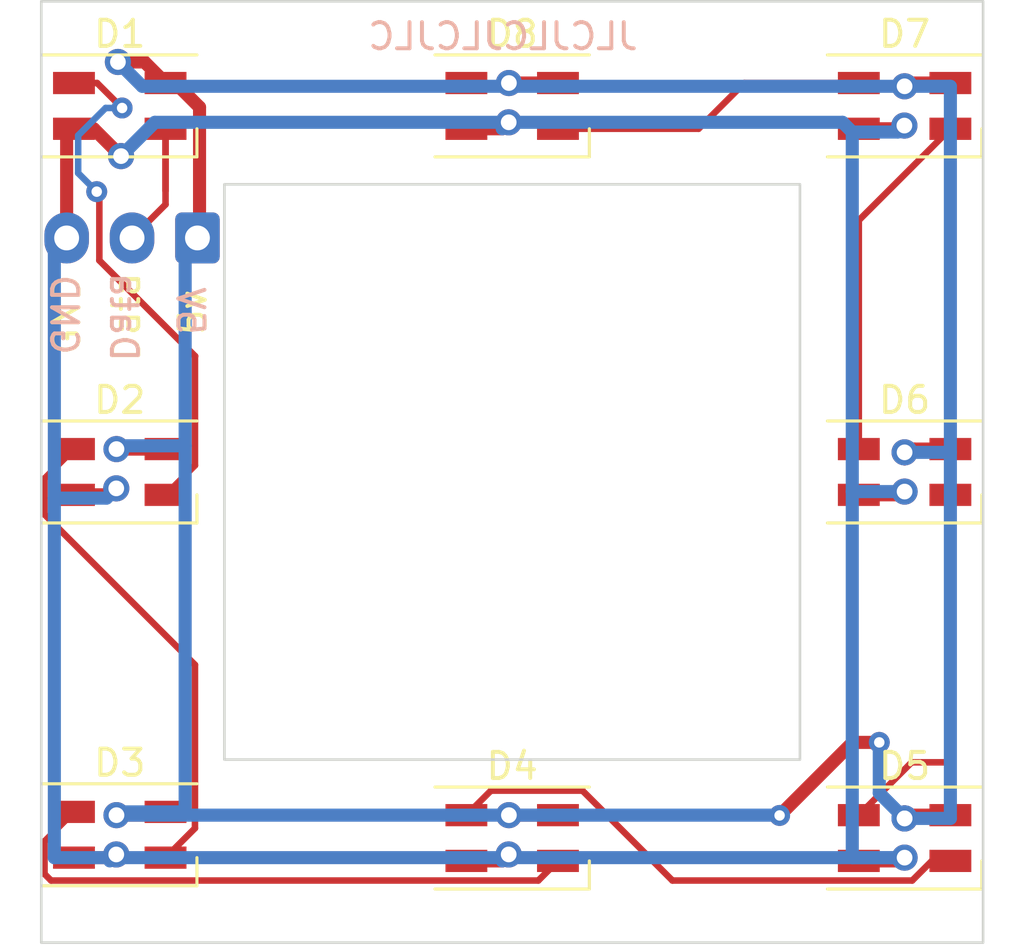
<source format=kicad_pcb>
(kicad_pcb (version 20221018) (generator pcbnew)
  (layers (0 "F.Cu" signal) (31 "B.Cu" signal) (34 "B.Paste" user) (35 "F.Paste" user) (36 "B.SilkS" user "B.Silkscreen") (37 "F.SilkS" user "F.Silkscreen") (38 "B.Mask" user) (39 "F.Mask" user) (44 "Edge.Cuts" user))
  (net 0 "")
  (net 1 "Net-(D1-DOUT)")
  (net 2 "GND")
  (net 3 "+5V")
  (net 4 "Net-(D2-DOUT)")
  (net 5 "Net-(D3-DOUT)")
  (net 6 "Net-(D4-DOUT)")
  (net 7 "Net-(D5-DOUT)")
  (net 8 "Net-(D6-DOUT)")
  (net 9 "Net-(D7-DOUT)")
  (net 11 "Net-(D1-DIN)")
  (footprint "LED_SMD:LED_SK6812MINI_PLCC4_3.5x3.5mm_P1.75mm" (layer "F.Cu") (at 130 73)
    (fp_text reference "D5" (at 0 -2.75) (layer "F.SilkS"))
    (fp_text value "SK6812MINI")
    (fp_line (start -2.95 -1.95) (end 2.95 -1.95) (stroke (width 0.12)) (layer "F.SilkS"))
    (fp_line (start -2.95 1.95) (end 2.95 1.95) (stroke (width 0.12)) (layer "F.SilkS"))
    (fp_line (start 2.95 1.95) (end 2.95 0.875) (stroke (width 0.12)) (layer "F.SilkS"))
    (pad "1" smd rect (at -1.75 -0.875) (size 1.6 0.85) (layers "F.Cu" "F.Paste" "F.Mask") (net 7 "Net-(D5-DOUT)"))
    (pad "2" smd rect (at -1.75 0.875) (size 1.6 0.85) (layers "F.Cu" "F.Paste" "F.Mask") (net 2 "GND"))
    (pad "3" smd rect (at 1.75 0.875) (size 1.6 0.85) (layers "F.Cu" "F.Paste" "F.Mask") (net 6 "Net-(D4-DOUT)"))
    (pad "4" smd rect (at 1.75 -0.875) (size 1.6 0.85) (layers "F.Cu" "F.Paste" "F.Mask") (net 3 "+5V"))
  )
  (footprint "LED_SMD:LED_SK6812MINI_PLCC4_3.5x3.5mm_P1.75mm" (layer "F.Cu") (at 100 59)
    (fp_text reference "D2" (at 0 -2.75) (layer "F.SilkS"))
    (fp_text value "SK6812MINI")
    (fp_line (start -2.95 -1.95) (end 2.95 -1.95) (stroke (width 0.12)) (layer "F.SilkS"))
    (fp_line (start -2.95 1.95) (end 2.95 1.95) (stroke (width 0.12)) (layer "F.SilkS"))
    (fp_line (start 2.95 1.95) (end 2.95 0.875) (stroke (width 0.12)) (layer "F.SilkS"))
    (pad "1" smd rect (at -1.75 -0.875) (size 1.6 0.85) (layers "F.Cu" "F.Paste" "F.Mask") (net 4 "Net-(D2-DOUT)"))
    (pad "2" smd rect (at -1.75 0.875) (size 1.6 0.85) (layers "F.Cu" "F.Paste" "F.Mask") (net 2 "GND"))
    (pad "3" smd rect (at 1.75 0.875) (size 1.6 0.85) (layers "F.Cu" "F.Paste" "F.Mask") (net 1 "Net-(D1-DOUT)"))
    (pad "4" smd rect (at 1.75 -0.875) (size 1.6 0.85) (layers "F.Cu" "F.Paste" "F.Mask") (net 3 "+5V"))
  )
  (footprint "LED_SMD:LED_SK6812MINI_PLCC4_3.5x3.5mm_P1.75mm" (layer "F.Cu") (at 100 45)
    (fp_text reference "D1" (at 0 -2.75) (layer "F.SilkS"))
    (fp_text value "SK6812MINI")
    (fp_line (start -2.95 -1.95) (end 2.95 -1.95) (stroke (width 0.12)) (layer "F.SilkS"))
    (fp_line (start -2.95 1.95) (end 2.95 1.95) (stroke (width 0.12)) (layer "F.SilkS"))
    (fp_line (start 2.95 1.95) (end 2.95 0.875) (stroke (width 0.12)) (layer "F.SilkS"))
    (pad "1" smd rect (at -1.75 -0.875) (size 1.6 0.85) (layers "F.Cu" "F.Paste" "F.Mask") (net 1 "Net-(D1-DOUT)"))
    (pad "2" smd rect (at -1.75 0.875) (size 1.6 0.85) (layers "F.Cu" "F.Paste" "F.Mask") (net 2 "GND"))
    (pad "3" smd rect (at 1.75 0.875) (size 1.6 0.85) (layers "F.Cu" "F.Paste" "F.Mask") (net 11 "Net-(D1-DIN)"))
    (pad "4" smd rect (at 1.75 -0.875) (size 1.6 0.85) (layers "F.Cu" "F.Paste" "F.Mask") (net 3 "+5V"))
  )
  (footprint "Connector_JST:JST_EH_B3B-EH-A_1x03_P2.50mm_Vertical" (layer "F.Cu") (at 102.97 50.05 180)
    (fp_text reference "J1" hide)
    (fp_text value "Conn_01x03_Pin" hide)
    (pad "1" thru_hole roundrect (at 0 0 180) (size 1.7 1.95) (drill 0.95) (layers "*.Cu" "*.Mask") (roundrect_rratio 0.1470588235) (net 3 "+5V"))
    (pad "2" thru_hole oval (at 2.5 0 180) (size 1.7 1.95) (drill 0.95) (layers "*.Cu" "*.Mask") (net 11 "Net-(D1-DIN)"))
    (pad "3" thru_hole oval (at 5 0 180) (size 1.7 1.95) (drill 0.95) (layers "*.Cu" "*.Mask") (net 2 "GND"))
  )
  (footprint "LED_SMD:LED_SK6812MINI_PLCC4_3.5x3.5mm_P1.75mm" (layer "F.Cu") (at 115 73)
    (fp_text reference "D4" (at 0 -2.75) (layer "F.SilkS"))
    (fp_text value "SK6812MINI")
    (fp_line (start -2.95 -1.95) (end 2.95 -1.95) (stroke (width 0.12)) (layer "F.SilkS"))
    (fp_line (start -2.95 1.95) (end 2.95 1.95) (stroke (width 0.12)) (layer "F.SilkS"))
    (fp_line (start 2.95 1.95) (end 2.95 0.875) (stroke (width 0.12)) (layer "F.SilkS"))
    (pad "1" smd rect (at -1.75 -0.875) (size 1.6 0.85) (layers "F.Cu" "F.Paste" "F.Mask") (net 6 "Net-(D4-DOUT)"))
    (pad "2" smd rect (at -1.75 0.875) (size 1.6 0.85) (layers "F.Cu" "F.Paste" "F.Mask") (net 2 "GND"))
    (pad "3" smd rect (at 1.75 0.875) (size 1.6 0.85) (layers "F.Cu" "F.Paste" "F.Mask") (net 5 "Net-(D3-DOUT)"))
    (pad "4" smd rect (at 1.75 -0.875) (size 1.6 0.85) (layers "F.Cu" "F.Paste" "F.Mask") (net 3 "+5V"))
  )
  (footprint "LED_SMD:LED_SK6812MINI_PLCC4_3.5x3.5mm_P1.75mm" (layer "F.Cu") (at 115 45)
    (fp_text reference "D8" (at 0 -2.75) (layer "F.SilkS"))
    (fp_text value "SK6812MINI")
    (fp_line (start -2.95 -1.95) (end 2.95 -1.95) (stroke (width 0.12)) (layer "F.SilkS"))
    (fp_line (start -2.95 1.95) (end 2.95 1.95) (stroke (width 0.12)) (layer "F.SilkS"))
    (fp_line (start 2.95 1.95) (end 2.95 0.875) (stroke (width 0.12)) (layer "F.SilkS"))
    (pad "1" smd rect (at -1.75 -0.875) (size 1.6 0.85) (layers "F.Cu" "F.Paste" "F.Mask"))
    (pad "2" smd rect (at -1.75 0.875) (size 1.6 0.85) (layers "F.Cu" "F.Paste" "F.Mask") (net 2 "GND"))
    (pad "3" smd rect (at 1.75 0.875) (size 1.6 0.85) (layers "F.Cu" "F.Paste" "F.Mask") (net 9 "Net-(D7-DOUT)"))
    (pad "4" smd rect (at 1.75 -0.875) (size 1.6 0.85) (layers "F.Cu" "F.Paste" "F.Mask") (net 3 "+5V"))
  )
  (footprint "LED_SMD:LED_SK6812MINI_PLCC4_3.5x3.5mm_P1.75mm" (layer "F.Cu") (at 100 72.875)
    (fp_text reference "D3" (at 0 -2.75) (layer "F.SilkS"))
    (fp_text value "SK6812MINI")
    (fp_line (start -2.95 -1.95) (end 2.95 -1.95) (stroke (width 0.12)) (layer "F.SilkS"))
    (fp_line (start -2.95 1.95) (end 2.95 1.95) (stroke (width 0.12)) (layer "F.SilkS"))
    (fp_line (start 2.95 1.95) (end 2.95 0.875) (stroke (width 0.12)) (layer "F.SilkS"))
    (pad "1" smd rect (at -1.75 -0.875) (size 1.6 0.85) (layers "F.Cu" "F.Paste" "F.Mask") (net 5 "Net-(D3-DOUT)"))
    (pad "2" smd rect (at -1.75 0.875) (size 1.6 0.85) (layers "F.Cu" "F.Paste" "F.Mask") (net 2 "GND"))
    (pad "3" smd rect (at 1.75 0.875) (size 1.6 0.85) (layers "F.Cu" "F.Paste" "F.Mask") (net 4 "Net-(D2-DOUT)"))
    (pad "4" smd rect (at 1.75 -0.875) (size 1.6 0.85) (layers "F.Cu" "F.Paste" "F.Mask") (net 3 "+5V"))
  )
  (footprint "LED_SMD:LED_SK6812MINI_PLCC4_3.5x3.5mm_P1.75mm" (layer "F.Cu") (at 130 59)
    (fp_text reference "D6" (at 0 -2.75) (layer "F.SilkS"))
    (fp_text value "SK6812MINI")
    (fp_line (start -2.95 -1.95) (end 2.95 -1.95) (stroke (width 0.12)) (layer "F.SilkS"))
    (fp_line (start -2.95 1.95) (end 2.95 1.95) (stroke (width 0.12)) (layer "F.SilkS"))
    (fp_line (start 2.95 1.95) (end 2.95 0.875) (stroke (width 0.12)) (layer "F.SilkS"))
    (pad "1" smd rect (at -1.75 -0.875) (size 1.6 0.85) (layers "F.Cu" "F.Paste" "F.Mask") (net 8 "Net-(D6-DOUT)"))
    (pad "2" smd rect (at -1.75 0.875) (size 1.6 0.85) (layers "F.Cu" "F.Paste" "F.Mask") (net 2 "GND"))
    (pad "3" smd rect (at 1.75 0.875) (size 1.6 0.85) (layers "F.Cu" "F.Paste" "F.Mask") (net 7 "Net-(D5-DOUT)"))
    (pad "4" smd rect (at 1.75 -0.875) (size 1.6 0.85) (layers "F.Cu" "F.Paste" "F.Mask") (net 3 "+5V"))
  )
  (footprint "LED_SMD:LED_SK6812MINI_PLCC4_3.5x3.5mm_P1.75mm" (layer "F.Cu") (at 130 45)
    (fp_text reference "D7" (at 0 -2.75) (layer "F.SilkS"))
    (fp_text value "SK6812MINI")
    (fp_line (start -2.95 -1.95) (end 2.95 -1.95) (stroke (width 0.12)) (layer "F.SilkS"))
    (fp_line (start -2.95 1.95) (end 2.95 1.95) (stroke (width 0.12)) (layer "F.SilkS"))
    (fp_line (start 2.95 1.95) (end 2.95 0.875) (stroke (width 0.12)) (layer "F.SilkS"))
    (pad "1" smd rect (at -1.75 -0.875) (size 1.6 0.85) (layers "F.Cu" "F.Paste" "F.Mask") (net 9 "Net-(D7-DOUT)"))
    (pad "2" smd rect (at -1.75 0.875) (size 1.6 0.85) (layers "F.Cu" "F.Paste" "F.Mask") (net 2 "GND"))
    (pad "3" smd rect (at 1.75 0.875) (size 1.6 0.85) (layers "F.Cu" "F.Paste" "F.Mask") (net 8 "Net-(D6-DOUT)"))
    (pad "4" smd rect (at 1.75 -0.875) (size 1.6 0.85) (layers "F.Cu" "F.Paste" "F.Mask") (net 3 "+5V"))
  )
  (gr_rect (start 104 48) (end 126 70) (stroke (width 0.1)) (fill none) (layer "Edge.Cuts"))
  (gr_rect (start 97 41) (end 133 77) (stroke (width 0.1)) (fill none) (layer "Edge.Cuts"))
  (gr_text "5V" (at 102.108 53.848 -90) (layer "B.SilkS") (effects (font (size 1 1)) (justify left bottom mirror)))
  (gr_text "JLCJLCJLCJLC" (at 119.888 42.926) (layer "B.SilkS") (effects (font (size 1 1)) (justify left bottom mirror)))
  (gr_text "GND" (at 97.282 54.61 -90) (layer "B.SilkS") (effects (font (size 1 1)) (justify left bottom mirror)))
  (gr_text "Data" (at 99.568 54.864 -90) (layer "B.SilkS") (effects (font (size 1 1)) (justify left bottom mirror)))
  (gr_text "Data" (at 100.838 54.864 90) (layer "F.SilkS") (effects (font (size 1 1)) (justify left bottom)))
  (gr_text "GND" (at 98.552 54.61 90) (layer "F.SilkS") (effects (font (size 1 1)) (justify left bottom)))
  (gr_text "5v" (at 103.378 53.848 90) (layer "F.SilkS") (effects (font (size 1 1)) (justify left bottom)))
  (segment (start 99.22 50.91) (end 99.22 48.38) (width 0.25) (layer "F.Cu") (net 1))
  (segment (start 98.25 44.125) (end 97.875 44.125) (width 0.25) (layer "F.Cu") (net 1))
  (segment (start 101.75 59.875) (end 102.875 58.75) (width 0.25) (layer "F.Cu") (net 1))
  (segment (start 98.25 44.125) (end 98.125 44.125) (width 0.25) (layer "F.Cu") (net 1))
  (segment (start 99.22 48.38) (end 99.12 48.28) (width 0.25) (layer "F.Cu") (net 1))
  (segment (start 102.88 54.57) (end 99.22 50.91) (width 0.25) (layer "F.Cu") (net 1))
  (segment (start 98.25 44.125) (end 99.135 44.125) (width 0.25) (layer "F.Cu") (net 1))
  (segment (start 102.875 58.75) (end 102.875 54.575) (width 0.25) (layer "F.Cu") (net 1))
  (segment (start 102.875 54.575) (end 102.88 54.57) (width 0.25) (layer "F.Cu") (net 1))
  (segment (start 99.135 44.125) (end 100.09 45.08) (width 0.25) (layer "F.Cu") (net 1))
  (via (at 99.12 48.28) (size 0.8) (drill 0.4) (layers "F.Cu" "B.Cu") (net 1))
  (via (at 100.09 45.08) (size 0.8) (drill 0.4) (layers "F.Cu" "B.Cu") (net 1))
  (segment (start 98.41 46.13) (end 99.46 45.08) (width 0.25) (layer "B.Cu") (net 1))
  (segment (start 99.46 45.08) (end 100.09 45.08) (width 0.25) (layer "B.Cu") (net 1))
  (segment (start 99.12 48.28) (end 98.41 47.57) (width 0.25) (layer "B.Cu") (net 1))
  (segment (start 98.41 47.57) (end 98.41 46.13) (width 0.25) (layer "B.Cu") (net 1))
  (segment (start 128.25 73.875) (end 129.875 73.875) (width 0.5) (layer "F.Cu") (net 2))
  (segment (start 99.872379 59.627621) (end 99.875 59.625) (width 0.5) (layer "F.Cu") (net 2))
  (segment (start 114.866713 73.633287) (end 114.866713 73.627621) (width 0.5) (layer "F.Cu") (net 2))
  (segment (start 113.25 73.875) (end 114.619334 73.875) (width 0.5) (layer "F.Cu") (net 2))
  (segment (start 99.866713 73.627621) (end 99.872379 73.627621) (width 0.5) (layer "F.Cu") (net 2))
  (segment (start 129.991713 45.752621) (end 129.997379 45.752621) (width 0.5) (layer "F.Cu") (net 2))
  (segment (start 99.866713 73.633287) (end 99.866713 73.627621) (width 0.5) (layer "F.Cu") (net 2))
  (segment (start 114.619334 45.875) (end 114.866713 45.627621) (width 0.5) (layer "F.Cu") (net 2))
  (segment (start 129.875 59.875) (end 130 59.75) (width 0.5) (layer "F.Cu") (net 2))
  (segment (start 100.05 46.92) (end 99.005 45.875) (width 0.5) (layer "F.Cu") (net 2))
  (segment (start 99.866713 59.633287) (end 99.866713 59.627621) (width 0.5) (layer "F.Cu") (net 2))
  (segment (start 99.75 73.75) (end 99.866713 73.633287) (width 0.5) (layer "F.Cu") (net 2))
  (segment (start 99.872379 73.627621) (end 99.875 73.625) (width 0.5) (layer "F.Cu") (net 2))
  (segment (start 129.997379 45.752621) (end 130 45.75) (width 0.5) (layer "F.Cu") (net 2))
  (segment (start 97.97 46.155) (end 98.25 45.875) (width 0.5) (layer "F.Cu") (net 2))
  (segment (start 99.619334 59.875) (end 99.866713 59.627621) (width 0.5) (layer "F.Cu") (net 2))
  (segment (start 98.25 73.75) (end 99.744334 73.75) (width 0.5) (layer "F.Cu") (net 2))
  (segment (start 99.744334 73.75) (end 99.866713 73.627621) (width 0.5) (layer "F.Cu") (net 2))
  (segment (start 99.75 59.75) (end 99.866713 59.633287) (width 0.5) (layer "F.Cu") (net 2))
  (segment (start 128.25 59.875) (end 129.875 59.875) (width 0.5) (layer "F.Cu") (net 2))
  (segment (start 129.875 73.875) (end 130 73.75) (width 0.5) (layer "F.Cu") (net 2))
  (segment (start 114.866713 45.633287) (end 114.866713 45.627621) (width 0.5) (layer "F.Cu") (net 2))
  (segment (start 100.05 46.92) (end 99.875 46.745) (width 0.5) (layer "F.Cu") (net 2))
  (segment (start 114.866713 73.627621) (end 114.872379 73.627621) (width 0.5) (layer "F.Cu") (net 2))
  (segment (start 114.866713 45.627621) (end 114.872379 45.627621) (width 0.5) (layer "F.Cu") (net 2))
  (segment (start 128.25 45.875) (end 129.875 45.875) (width 0.5) (layer "F.Cu") (net 2))
  (segment (start 114.75 73.75) (end 114.866713 73.633287) (width 0.5) (layer "F.Cu") (net 2))
  (segment (start 98.25 59.875) (end 99.619334 59.875) (width 0.5) (layer "F.Cu") (net 2))
  (segment (start 97.97 50.05) (end 97.97 46.155) (width 0.5) (layer "F.Cu") (net 2))
  (segment (start 98 46.125) (end 98.25 45.875) (width 0.25) (layer "F.Cu") (net 2))
  (segment (start 129.991713 45.758287) (end 129.991713 45.752621) (width 0.5) (layer "F.Cu") (net 2))
  (segment (start 114.75 45.75) (end 114.866713 45.633287) (width 0.5) (layer "F.Cu") (net 2))
  (segment (start 99.866713 59.627621) (end 99.872379 59.627621) (width 0.5) (layer "F.Cu") (net 2))
  (segment (start 114.872379 73.627621) (end 114.875 73.625) (width 0.5) (layer "F.Cu") (net 2))
  (segment (start 113.25 45.875) (end 114.619334 45.875) (width 0.5) (layer "F.Cu") (net 2))
  (segment (start 113.125 74) (end 113.25 73.875) (width 0.25) (layer "F.Cu") (net 2))
  (segment (start 129.875 45.875) (end 129.991713 45.758287) (width 0.5) (layer "F.Cu") (net 2))
  (segment (start 114.619334 73.875) (end 114.866713 73.627621) (width 0.5) (layer "F.Cu") (net 2))
  (segment (start 128.25 59.875) (end 128.1875 59.9375) (width 0.5) (layer "F.Cu") (net 2))
  (segment (start 99.005 45.875) (end 98.25 45.875) (width 0.5) (layer "F.Cu") (net 2))
  (segment (start 114.872379 45.627621) (end 114.875 45.625) (width 0.5) (layer "F.Cu") (net 2))
  (segment (start 100.05 46.92) (end 99.75 46.62) (width 0.5) (layer "F.Cu") (net 2))
  (via (at 130 59.75) (size 1) (drill 0.6) (layers "F.Cu" "B.Cu") (net 2))
  (via (at 114.866713 45.627621) (size 1) (drill 0.6) (layers "F.Cu" "B.Cu") (net 2))
  (via (at 130 73.75) (size 1) (drill 0.6) (layers "F.Cu" "B.Cu") (net 2))
  (via (at 99.866713 59.627621) (size 1) (drill 0.6) (layers "F.Cu" "B.Cu") (net 2))
  (via (at 114.866713 73.627621) (size 1) (drill 0.6) (layers "F.Cu" "B.Cu") (net 2))
  (via (at 129.991713 45.752621) (size 1) (drill 0.6) (layers "F.Cu" "B.Cu") (net 2))
  (via (at 100.05 46.92) (size 1) (drill 0.6) (layers "F.Cu" "B.Cu") (net 2))
  (via (at 99.866713 73.627621) (size 1) (drill 0.6) (layers "F.Cu" "B.Cu") (net 2))
  (segment (start 99.866713 59.627621) (end 99.494334 60) (width 0.5) (layer "B.Cu") (net 2))
  (segment (start 99.619334 73.875) (end 99.866713 73.627621) (width 0.5) (layer "B.Cu") (net 2))
  (segment (start 114.866713 45.627621) (end 127.627621 45.627621) (width 0.5) (layer "B.Cu") (net 2))
  (segment (start 97.5 50) (end 97.5 60) (width 0.5) (layer "B.Cu") (net 2))
  (segment (start 128 59.75) (end 128 46) (width 0.5) (layer "B.Cu") (net 2))
  (segment (start 114.866713 45.627621) (end 101.342379 45.627621) (width 0.5) (layer "B.Cu") (net 2))
  (segment (start 129.744334 46) (end 129.991713 45.752621) (width 0.5) (layer "B.Cu") (net 2))
  (segment (start 97.5 73.75) (end 130 73.75) (width 0.5) (layer "B.Cu") (net 2))
  (segment (start 97.5 60) (end 97.5 73.75) (width 0.5) (layer "B.Cu") (net 2))
  (segment (start 130 59.75) (end 128 59.75) (width 0.5) (layer "B.Cu") (net 2))
  (segment (start 128 59.75) (end 128 73.75) (width 0.5) (layer "B.Cu") (net 2))
  (segment (start 99.494334 60) (end 97.5 60) (width 0.5) (layer "B.Cu") (net 2))
  (segment (start 101.342379 45.627621) (end 100.05 46.92) (width 0.5) (layer "B.Cu") (net 2))
  (segment (start 114.619334 73.875) (end 114.866713 73.627621) (width 0.5) (layer "B.Cu") (net 2))
  (segment (start 127.627621 45.627621) (end 128 46) (width 0.5) (layer "B.Cu") (net 2))
  (segment (start 114.619334 45.875) (end 114.866713 45.627621) (width 0.5) (layer "B.Cu") (net 2))
  (segment (start 130 73.75) (end 128 73.75) (width 0.5) (layer "B.Cu") (net 2))
  (segment (start 128 46) (end 129.744334 46) (width 0.5) (layer "B.Cu") (net 2))
  (segment (start 116.75 72.125) (end 116.875 72.125) (width 0.5) (layer "F.Cu") (net 3))
  (segment (start 130.25 58.25) (end 130 58.25) (width 0.5) (layer "F.Cu") (net 3))
  (segment (start 116.875 72.125) (end 117 72) (width 0.5) (layer "F.Cu") (net 3))
  (segment (start 130 58.25) (end 130 58.5) (width 0.5) (layer "F.Cu") (net 3))
  (segment (start 103.05 49.97) (end 102.97 50.05) (width 0.5) (layer "F.Cu") (net 3))
  (segment (start 130.375 58.125) (end 130.25 58.25) (width 0.5) (layer "F.Cu") (net 3))
  (segment (start 116.875 72.125) (end 114.875 72.125) (width 0.5) (layer "F.Cu") (net 3))
  (segment (start 130 58.5) (end 130 58.5) (width 0.5) (layer "F.Cu") (net 3))
  (segment (start 115 72) (end 114.875 72.125) (width 0.5) (layer "F.Cu") (net 3))
  (segment (start 99.875 72.125) (end 101.625 72.125) (width 0.5) (layer "F.Cu") (net 3))
  (segment (start 100 72) (end 99.875 72.125) (width 0.5) (layer "F.Cu") (net 3))
  (segment (start 99.93 43.32) (end 100.945 43.32) (width 0.5) (layer "F.Cu") (net 3))
  (segment (start 130.125 72.125) (end 130 72.25) (width 0.5) (layer "F.Cu") (net 3))
  (segment (start 131.75 72.125) (end 130.125 72.125) (width 0.5) (layer "F.Cu") (net 3))
  (segment (start 103.05 45.05) (end 103.05 49.97) (width 0.5) (layer "F.Cu") (net 3))
  (segment (start 101.75 44.125) (end 102.125 44.125) (width 0.5) (layer "F.Cu") (net 3))
  (segment (start 100.945 43.32) (end 101.75 44.125) (width 0.5) (layer "F.Cu") (net 3))
  (segment (start 115 44) (end 114.875 44.125) (width 0.5) (layer "F.Cu") (net 3))
  (segment (start 130.125 44.125) (end 130 44.25) (width 0.5) (layer "F.Cu") (net 3))
  (segment (start 100 58) (end 99.875 58.125) (width 0.5) (layer "F.Cu") (net 3))
  (segment (start 102.125 44.125) (end 103.05 45.05) (width 0.5) (layer "F.Cu") (net 3))
  (segment (start 125.222 72.136) (end 128.016 69.342) (width 0.5) (layer "F.Cu") (net 3))
  (segment (start 101.75 58.125) (end 99.875 58.125) (width 0.5) (layer "F.Cu") (net 3))
  (segment (start 114.875 44.125) (end 116.75 44.125) (width 0.5) (layer "F.Cu") (net 3))
  (segment (start 101.625 72.125) (end 101.75 72) (width 0.5) (layer "F.Cu") (net 3))
  (segment (start 131.75 58.125) (end 130.375 58.125) (width 0.5) (layer "F.Cu") (net 3))
  (segment (start 128.016 69.342) (end 129.032 69.342) (width 0.5) (layer "F.Cu") (net 3))
  (segment (start 102.5 50) (end 103 49.5) (width 0.25) (layer "F.Cu") (net 3))
  (segment (start 131.75 44.125) (end 130.125 44.125) (width 0.5) (layer "F.Cu") (net 3))
  (via (at 99.93 43.32) (size 1) (drill 0.6) (layers "F.Cu" "B.Cu") (net 3))
  (via (at 114.875 44.125) (size 1) (drill 0.6) (layers "F.Cu" "B.Cu") (net 3))
  (via (at 130 72.25) (size 1) (drill 0.6) (layers "F.Cu" "B.Cu") (net 3))
  (via (at 125.222 72.136) (size 0.8) (drill 0.4) (layers "F.Cu" "B.Cu") (net 3))
  (via (at 99.875 72.125) (size 1) (drill 0.6) (layers "F.Cu" "B.Cu") (net 3))
  (via (at 130 72.25) (size 1) (drill 0.6) (layers "F.Cu" "B.Cu") (net 3))
  (via (at 129.032 69.342) (size 0.8) (drill 0.4) (layers "F.Cu" "B.Cu") (net 3))
  (via (at 130 58.25) (size 1) (drill 0.6) (layers "F.Cu" "B.Cu") (net 3))
  (via (at 99.875 58.125) (size 1) (drill 0.6) (layers "F.Cu" "B.Cu") (net 3))
  (via (at 130 44.25) (size 1) (drill 0.6) (layers "F.Cu" "B.Cu") (net 3))
  (via (at 114.875 72.125) (size 1) (drill 0.6) (layers "F.Cu" "B.Cu") (net 3))
  (segment (start 130 58.25) (end 131.75 58.25) (width 0.5) (layer "B.Cu") (net 3))
  (segment (start 129.032 71.282) (end 130 72.25) (width 0.5) (layer "B.Cu") (net 3))
  (segment (start 125.222 72.136) (end 125.211 72.125) (width 0.5) (layer "B.Cu") (net 3))
  (segment (start 129.032 69.342) (end 129.032 71.282) (width 0.5) (layer "B.Cu") (net 3))
  (segment (start 100 58) (end 99.875 58.125) (width 0.5) (layer "B.Cu") (net 3))
  (segment (start 102.5 72) (end 100 72) (width 0.5) (layer "B.Cu") (net 3))
  (segment (start 102.5 58) (end 100 58) (width 0.5) (layer "B.Cu") (net 3))
  (segment (start 100 72) (end 99.875 72.125) (width 0.5) (layer "B.Cu") (net 3))
  (segment (start 102.5 58) (end 102.5 72) (width 0.5) (layer "B.Cu") (net 3))
  (segment (start 131.75 58.25) (end 131.75 72.25) (width 0.5) (layer "B.Cu") (net 3))
  (segment (start 129.032 69.342) (end 129.159 69.469) (width 0.25) (layer "B.Cu") (net 3))
  (segment (start 99.93 43.32) (end 100.86 44.25) (width 0.5) (layer "B.Cu") (net 3))
  (segment (start 130 72.25) (end 131.75 72.25) (width 0.5) (layer "B.Cu") (net 3))
  (segment (start 114.875 72.125) (end 99.875 72.125) (width 0.5) (layer "B.Cu") (net 3))
  (segment (start 100.86 44.25) (end 130 44.25) (width 0.5) (layer "B.Cu") (net 3))
  (segment (start 125.211 72.125) (end 114.875 72.125) (width 0.5) (layer "B.Cu") (net 3))
  (segment (start 131.75 44.25) (end 131.75 58.25) (width 0.5) (layer "B.Cu") (net 3))
  (segment (start 130 44.25) (end 131.75 44.25) (width 0.5) (layer "B.Cu") (net 3))
  (segment (start 102.5 50) (end 102.5 58) (width 0.5) (layer "B.Cu") (net 3))
  (segment (start 102.875 72.625) (end 102.875 66.375) (width 0.25) (layer "F.Cu") (net 4))
  (segment (start 101.75 73.75) (end 102.875 72.625) (width 0.25) (layer "F.Cu") (net 4))
  (segment (start 97.125 59.25) (end 98.25 58.125) (width 0.25) (layer "F.Cu") (net 4))
  (segment (start 97.125 60.625) (end 97.125 59.25) (width 0.25) (layer "F.Cu") (net 4))
  (segment (start 102.875 66.375) (end 97.125 60.625) (width 0.25) (layer "F.Cu") (net 4))
  (segment (start 97.375 74.625) (end 97.125 74.375) (width 0.25) (layer "F.Cu") (net 5))
  (segment (start 97.125 74.375) (end 97.125 73.125) (width 0.25) (layer "F.Cu") (net 5))
  (segment (start 98.25 72) (end 98.625 72) (width 0.25) (layer "F.Cu") (net 5))
  (segment (start 116.75 73.875) (end 116 74.625) (width 0.25) (layer "F.Cu") (net 5))
  (segment (start 97.125 73.125) (end 98.25 72) (width 0.25) (layer "F.Cu") (net 5))
  (segment (start 116 74.625) (end 97.375 74.625) (width 0.25) (layer "F.Cu") (net 5))
  (segment (start 117.6875 71.1875) (end 114.1875 71.1875) (width 0.25) (layer "F.Cu") (net 6))
  (segment (start 131.041727 73.875) (end 130.291727 74.625) (width 0.25) (layer "F.Cu") (net 6))
  (segment (start 114.1875 71.1875) (end 113.25 72.125) (width 0.25) (layer "F.Cu") (net 6))
  (segment (start 130.291727 74.625) (end 121.125 74.625) (width 0.25) (layer "F.Cu") (net 6))
  (segment (start 131.75 73.875) (end 131.041727 73.875) (width 0.25) (layer "F.Cu") (net 6))
  (segment (start 121.125 74.625) (end 117.6875 71.1875) (width 0.25) (layer "F.Cu") (net 6))
  (segment (start 131.75 70.028) (end 131.75 59.875) (width 0.25) (layer "F.Cu") (net 7))
  (segment (start 131.826 70.104) (end 131.75 70.028) (width 0.25) (layer "F.Cu") (net 7))
  (segment (start 130.271 70.104) (end 131.826 70.104) (width 0.25) (layer "F.Cu") (net 7))
  (segment (start 128.25 72.125) (end 130.271 70.104) (width 0.25) (layer "F.Cu") (net 7))
  (segment (start 128.25 58.125) (end 128.25 49.375) (width 0.25) (layer "F.Cu") (net 8))
  (segment (start 128.25 49.375) (end 131.75 45.875) (width 0.25) (layer "F.Cu") (net 8))
  (segment (start 128.25 44.125) (end 123.875 44.125) (width 0.25) (layer "F.Cu") (net 9))
  (segment (start 123.875 44.125) (end 122.125 45.875) (width 0.25) (layer "F.Cu") (net 9))
  (segment (start 122.125 45.875) (end 116.75 45.875) (width 0.25) (layer "F.Cu") (net 9))
  (segment (start 101.75 45.875) (end 101.75 48.25) (width 0.25) (layer "F.Cu") (net 11))
  (segment (start 101.75 45.875) (end 101.75 48.77) (width 0.25) (layer "F.Cu") (net 11))
  (segment (start 101.75 48.77) (end 100.47 50.05) (width 0.25) (layer "F.Cu") (net 11))
)
</source>
